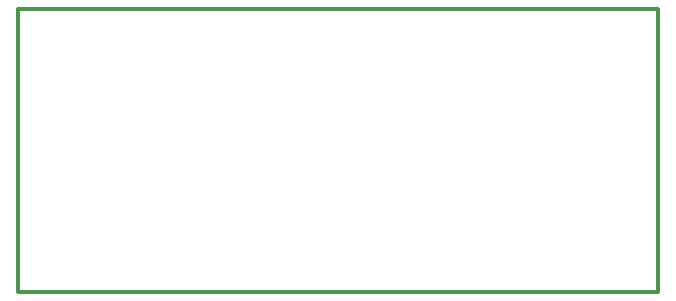
<source format=gko>
%FSTAX24Y24*%
%MOIN*%
G70*
G01*
G75*
G04 Layer_Color=16711935*
%ADD10C,0.0120*%
%ADD11O,0.0900X0.0750*%
%ADD12R,0.0900X0.0750*%
%ADD13C,0.1380*%
%ADD14C,0.0591*%
%ADD15R,0.0591X0.0591*%
%ADD16C,0.1043*%
%ADD17C,0.1161*%
%ADD18C,0.0600*%
%ADD19R,0.0600X0.0600*%
%ADD20C,0.0902*%
%ADD21R,0.0902X0.0902*%
%ADD22C,0.0100*%
%ADD23C,0.0070*%
%ADD24C,0.0079*%
%ADD25O,0.0980X0.0830*%
%ADD26R,0.0980X0.0830*%
%ADD27C,0.1460*%
%ADD28C,0.0671*%
%ADD29R,0.0671X0.0671*%
%ADD30C,0.1123*%
%ADD31C,0.1241*%
%ADD32C,0.0680*%
%ADD33R,0.0680X0.0680*%
%ADD34C,0.0982*%
%ADD35R,0.0982X0.0982*%
%ADD36C,0.0118*%
D36*
X0305Y03225D02*
X05185D01*
Y0228D02*
Y03225D01*
X0305Y0228D02*
X05185D01*
X0305D02*
Y03225D01*
M02*

</source>
